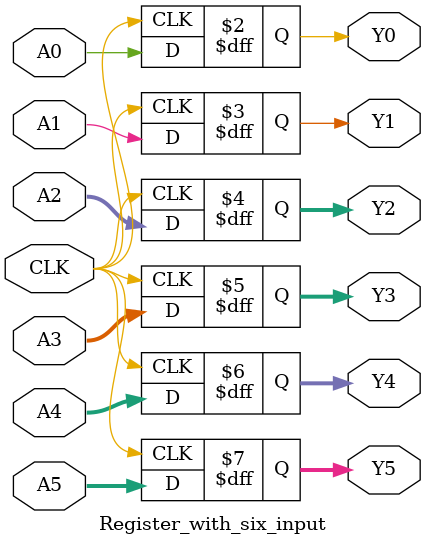
<source format=v>
`timescale 1ns / 1ps


module Register_with_six_input(
    input  A0,
    input  A1,
    input [31:0] A2,
    input [31:0] A3,
    input [4:0] A4,
    input [31:0] A5,
    input CLK,
    output reg Y0,
    output reg Y1,
    output reg[31:0] Y2,
    output reg[31:0] Y3,
    output reg[4:0] Y4,
    output reg[31:0] Y5
    );
    always@(posedge CLK)
       begin
          Y0=A0;
          Y1=A1;
          Y2=A2;  
          Y3=A3;
          Y4=A4;
          Y5=A5;        
       end    
endmodule

</source>
